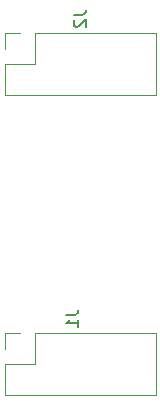
<source format=gbo>
G04 #@! TF.FileFunction,Legend,Bot*
%FSLAX46Y46*%
G04 Gerber Fmt 4.6, Leading zero omitted, Abs format (unit mm)*
G04 Created by KiCad (PCBNEW 4.0.7) date 09/09/17 09:10:53*
%MOMM*%
%LPD*%
G01*
G04 APERTURE LIST*
%ADD10C,0.100000*%
%ADD11C,0.120000*%
%ADD12C,0.150000*%
G04 APERTURE END LIST*
D10*
D11*
X182940000Y-109160000D02*
X182940000Y-114360000D01*
X172720000Y-109160000D02*
X182940000Y-109160000D01*
X170120000Y-114360000D02*
X182940000Y-114360000D01*
X172720000Y-109160000D02*
X172720000Y-111760000D01*
X172720000Y-111760000D02*
X170120000Y-111760000D01*
X170120000Y-111760000D02*
X170120000Y-114360000D01*
X171450000Y-109160000D02*
X170120000Y-109160000D01*
X170120000Y-109160000D02*
X170120000Y-110490000D01*
X182940000Y-83760000D02*
X182940000Y-88960000D01*
X172720000Y-83760000D02*
X182940000Y-83760000D01*
X170120000Y-88960000D02*
X182940000Y-88960000D01*
X172720000Y-83760000D02*
X172720000Y-86360000D01*
X172720000Y-86360000D02*
X170120000Y-86360000D01*
X170120000Y-86360000D02*
X170120000Y-88960000D01*
X171450000Y-83760000D02*
X170120000Y-83760000D01*
X170120000Y-83760000D02*
X170120000Y-85090000D01*
D12*
X175347381Y-107616667D02*
X176061667Y-107616667D01*
X176204524Y-107569047D01*
X176299762Y-107473809D01*
X176347381Y-107330952D01*
X176347381Y-107235714D01*
X176347381Y-108616667D02*
X176347381Y-108045238D01*
X176347381Y-108330952D02*
X175347381Y-108330952D01*
X175490238Y-108235714D01*
X175585476Y-108140476D01*
X175633095Y-108045238D01*
X175982381Y-82216667D02*
X176696667Y-82216667D01*
X176839524Y-82169047D01*
X176934762Y-82073809D01*
X176982381Y-81930952D01*
X176982381Y-81835714D01*
X176077619Y-82645238D02*
X176030000Y-82692857D01*
X175982381Y-82788095D01*
X175982381Y-83026191D01*
X176030000Y-83121429D01*
X176077619Y-83169048D01*
X176172857Y-83216667D01*
X176268095Y-83216667D01*
X176410952Y-83169048D01*
X176982381Y-82597619D01*
X176982381Y-83216667D01*
M02*

</source>
